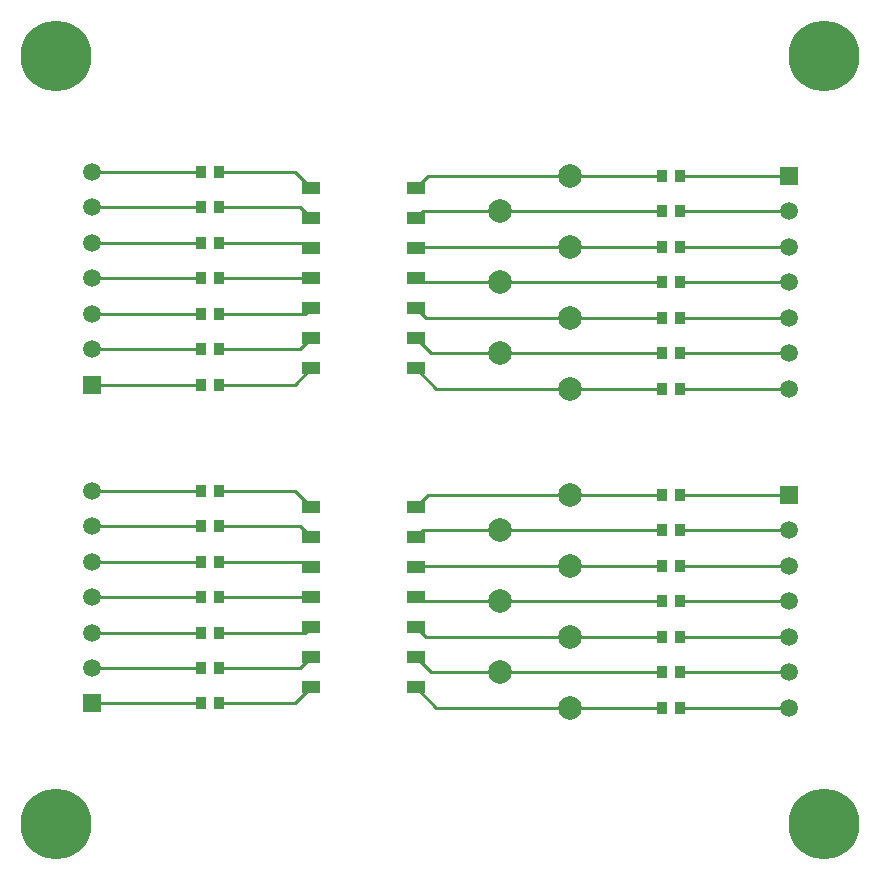
<source format=gbr>
%TF.GenerationSoftware,KiCad,Pcbnew,(6.0.7)*%
%TF.CreationDate,2022-11-12T16:48:04-06:00*%
%TF.ProjectId,BPS_Scrutineering,4250535f-5363-4727-9574-696e65657269,rev?*%
%TF.SameCoordinates,Original*%
%TF.FileFunction,Copper,L1,Top*%
%TF.FilePolarity,Positive*%
%FSLAX46Y46*%
G04 Gerber Fmt 4.6, Leading zero omitted, Abs format (unit mm)*
G04 Created by KiCad (PCBNEW (6.0.7)) date 2022-11-12 16:48:04*
%MOMM*%
%LPD*%
G01*
G04 APERTURE LIST*
%TA.AperFunction,ComponentPad*%
%ADD10C,1.520000*%
%TD*%
%TA.AperFunction,ComponentPad*%
%ADD11R,1.520000X1.520000*%
%TD*%
%TA.AperFunction,SMDPad,CuDef*%
%ADD12R,1.500000X1.100000*%
%TD*%
%TA.AperFunction,SMDPad,CuDef*%
%ADD13R,0.940000X1.010000*%
%TD*%
%TA.AperFunction,ComponentPad*%
%ADD14C,2.000000*%
%TD*%
%TA.AperFunction,ComponentPad*%
%ADD15C,6.000000*%
%TD*%
%TA.AperFunction,Conductor*%
%ADD16C,0.250000*%
%TD*%
G04 APERTURE END LIST*
D10*
%TO.P,JC1,1,Pin_1*%
%TO.N,Net-(F15-Pad1)*%
X87040600Y-84227250D03*
%TO.P,JC1,2,Pin_2*%
%TO.N,Net-(F16-Pad1)*%
X87040600Y-87227250D03*
%TO.P,JC1,3,Pin_3*%
%TO.N,Net-(F17-Pad1)*%
X87040600Y-90227250D03*
%TO.P,JC1,4,Pin_4*%
%TO.N,Net-(F18-Pad1)*%
X87040600Y-93227250D03*
%TO.P,JC1,5,Pin_5*%
%TO.N,Net-(F19-Pad1)*%
X87040600Y-96227250D03*
%TO.P,JC1,6,Pin_6*%
%TO.N,Net-(F20-Pad1)*%
X87040600Y-99227250D03*
D11*
%TO.P,JC1,7,Pin_7*%
%TO.N,Net-(F21-Pad1)*%
X87040600Y-102227250D03*
%TD*%
D10*
%TO.P,JC2,1,Pin_1*%
%TO.N,Net-(F7-Pad2)*%
X146040600Y-102570750D03*
%TO.P,JC2,2,Pin_2*%
%TO.N,Net-(F6-Pad2)*%
X146040600Y-99570750D03*
%TO.P,JC2,3,Pin_3*%
%TO.N,Net-(F5-Pad2)*%
X146040600Y-96570750D03*
%TO.P,JC2,4,Pin_4*%
%TO.N,Net-(F4-Pad2)*%
X146040600Y-93570750D03*
%TO.P,JC2,5,Pin_5*%
%TO.N,Net-(F3-Pad2)*%
X146040600Y-90570750D03*
%TO.P,JC2,6,Pin_6*%
%TO.N,Net-(F2-Pad2)*%
X146040600Y-87570750D03*
D11*
%TO.P,JC2,7,Pin_7*%
%TO.N,Net-(F1-Pad2)*%
X146040600Y-84570750D03*
%TD*%
D12*
%TO.P,SW1,1*%
%TO.N,Net-(F1-Pad1)*%
X114490600Y-85607250D03*
%TO.P,SW1,2*%
%TO.N,Net-(F15-Pad2)*%
X105590600Y-85607250D03*
%TO.P,SW1,3*%
%TO.N,Net-(F2-Pad1)*%
X114490600Y-88147250D03*
%TO.P,SW1,4*%
%TO.N,Net-(F16-Pad2)*%
X105590600Y-88147250D03*
%TO.P,SW1,5*%
%TO.N,Net-(F3-Pad1)*%
X114490600Y-90687250D03*
%TO.P,SW1,6*%
%TO.N,Net-(F17-Pad2)*%
X105590600Y-90687250D03*
%TO.P,SW1,7*%
%TO.N,Net-(F4-Pad1)*%
X114490600Y-93227250D03*
%TO.P,SW1,8*%
%TO.N,Net-(F18-Pad2)*%
X105590600Y-93227250D03*
%TO.P,SW1,9*%
%TO.N,Net-(F5-Pad1)*%
X114490600Y-95767250D03*
%TO.P,SW1,10*%
%TO.N,Net-(F19-Pad2)*%
X105590600Y-95767250D03*
%TO.P,SW1,11*%
%TO.N,Net-(F6-Pad1)*%
X114490600Y-98307250D03*
%TO.P,SW1,12*%
%TO.N,Net-(F20-Pad2)*%
X105590600Y-98307250D03*
%TO.P,SW1,13*%
%TO.N,Net-(F7-Pad1)*%
X114490600Y-100847250D03*
%TO.P,SW1,14*%
%TO.N,Net-(F21-Pad2)*%
X105590600Y-100847250D03*
%TD*%
%TO.P,SW2,1*%
%TO.N,Net-(F8-Pad1)*%
X114490600Y-112607250D03*
%TO.P,SW2,2*%
%TO.N,Net-(F22-Pad2)*%
X105590600Y-112607250D03*
%TO.P,SW2,3*%
%TO.N,Net-(F9-Pad1)*%
X114490600Y-115147250D03*
%TO.P,SW2,4*%
%TO.N,Net-(F23-Pad2)*%
X105590600Y-115147250D03*
%TO.P,SW2,5*%
%TO.N,Net-(F10-Pad1)*%
X114490600Y-117687250D03*
%TO.P,SW2,6*%
%TO.N,Net-(F24-Pad2)*%
X105590600Y-117687250D03*
%TO.P,SW2,7*%
%TO.N,Net-(F11-Pad1)*%
X114490600Y-120227250D03*
%TO.P,SW2,8*%
%TO.N,Net-(F25-Pad2)*%
X105590600Y-120227250D03*
%TO.P,SW2,9*%
%TO.N,Net-(F12-Pad1)*%
X114490600Y-122767250D03*
%TO.P,SW2,10*%
%TO.N,Net-(F26-Pad2)*%
X105590600Y-122767250D03*
%TO.P,SW2,11*%
%TO.N,Net-(F13-Pad1)*%
X114490600Y-125307250D03*
%TO.P,SW2,12*%
%TO.N,Net-(F27-Pad2)*%
X105590600Y-125307250D03*
%TO.P,SW2,13*%
%TO.N,Net-(F14-Pad1)*%
X114490600Y-127847250D03*
%TO.P,SW2,14*%
%TO.N,Net-(F28-Pad2)*%
X105590600Y-127847250D03*
%TD*%
D10*
%TO.P,JC4,1,Pin_1*%
%TO.N,Net-(F14-Pad2)*%
X146040600Y-129570750D03*
%TO.P,JC4,2,Pin_2*%
%TO.N,Net-(F13-Pad2)*%
X146040600Y-126570750D03*
%TO.P,JC4,3,Pin_3*%
%TO.N,Net-(F12-Pad2)*%
X146040600Y-123570750D03*
%TO.P,JC4,4,Pin_4*%
%TO.N,Net-(F11-Pad2)*%
X146040600Y-120570750D03*
%TO.P,JC4,5,Pin_5*%
%TO.N,Net-(F10-Pad2)*%
X146040600Y-117570750D03*
%TO.P,JC4,6,Pin_6*%
%TO.N,Net-(F9-Pad2)*%
X146040600Y-114570750D03*
D11*
%TO.P,JC4,7,Pin_7*%
%TO.N,Net-(F8-Pad2)*%
X146040600Y-111570750D03*
%TD*%
D13*
%TO.P,F15,1*%
%TO.N,Net-(F15-Pad1)*%
X96255600Y-84227250D03*
%TO.P,F15,2*%
%TO.N,Net-(F15-Pad2)*%
X97835600Y-84227250D03*
%TD*%
%TO.P,F14,1*%
%TO.N,Net-(F14-Pad1)*%
X135273200Y-129570750D03*
%TO.P,F14,2*%
%TO.N,Net-(F14-Pad2)*%
X136853200Y-129570750D03*
%TD*%
%TO.P,F27,1*%
%TO.N,Net-(F27-Pad1)*%
X96250600Y-126227250D03*
%TO.P,F27,2*%
%TO.N,Net-(F27-Pad2)*%
X97830600Y-126227250D03*
%TD*%
%TO.P,F25,1*%
%TO.N,Net-(F25-Pad1)*%
X96250600Y-120227250D03*
%TO.P,F25,2*%
%TO.N,Net-(F25-Pad2)*%
X97830600Y-120227250D03*
%TD*%
D14*
%TO.P,TP8,1,1*%
%TO.N,Net-(F8-Pad1)*%
X127563200Y-111570750D03*
%TD*%
D13*
%TO.P,F20,1*%
%TO.N,Net-(F20-Pad1)*%
X96255600Y-99227250D03*
%TO.P,F20,2*%
%TO.N,Net-(F20-Pad2)*%
X97835600Y-99227250D03*
%TD*%
%TO.P,F9,1*%
%TO.N,Net-(F9-Pad1)*%
X135273200Y-114570750D03*
%TO.P,F9,2*%
%TO.N,Net-(F9-Pad2)*%
X136853200Y-114570750D03*
%TD*%
%TO.P,F28,1*%
%TO.N,Net-(F28-Pad1)*%
X96250600Y-129227250D03*
%TO.P,F28,2*%
%TO.N,Net-(F28-Pad2)*%
X97830600Y-129227250D03*
%TD*%
%TO.P,F11,1*%
%TO.N,Net-(F11-Pad1)*%
X135273200Y-120570750D03*
%TO.P,F11,2*%
%TO.N,Net-(F11-Pad2)*%
X136853200Y-120570750D03*
%TD*%
%TO.P,F2,1*%
%TO.N,Net-(F2-Pad1)*%
X135273200Y-87570750D03*
%TO.P,F2,2*%
%TO.N,Net-(F2-Pad2)*%
X136853200Y-87570750D03*
%TD*%
D14*
%TO.P,TP14,1,1*%
%TO.N,Net-(F14-Pad1)*%
X127563200Y-129570750D03*
%TD*%
D13*
%TO.P,F23,1*%
%TO.N,Net-(F23-Pad1)*%
X96255600Y-114227250D03*
%TO.P,F23,2*%
%TO.N,Net-(F23-Pad2)*%
X97835600Y-114227250D03*
%TD*%
D10*
%TO.P,JC3,1,Pin_1*%
%TO.N,Net-(F22-Pad1)*%
X87040600Y-111227250D03*
%TO.P,JC3,2,Pin_2*%
%TO.N,Net-(F23-Pad1)*%
X87040600Y-114227250D03*
%TO.P,JC3,3,Pin_3*%
%TO.N,Net-(F24-Pad1)*%
X87040600Y-117227250D03*
%TO.P,JC3,4,Pin_4*%
%TO.N,Net-(F25-Pad1)*%
X87040600Y-120227250D03*
%TO.P,JC3,5,Pin_5*%
%TO.N,Net-(F26-Pad1)*%
X87040600Y-123227250D03*
%TO.P,JC3,6,Pin_6*%
%TO.N,Net-(F27-Pad1)*%
X87040600Y-126227250D03*
D11*
%TO.P,JC3,7,Pin_7*%
%TO.N,Net-(F28-Pad1)*%
X87040600Y-129227250D03*
%TD*%
D14*
%TO.P,TP9,1,1*%
%TO.N,Net-(F9-Pad1)*%
X121563200Y-114570750D03*
%TD*%
D13*
%TO.P,F13,1*%
%TO.N,Net-(F13-Pad1)*%
X135273200Y-126570750D03*
%TO.P,F13,2*%
%TO.N,Net-(F13-Pad2)*%
X136853200Y-126570750D03*
%TD*%
D14*
%TO.P,TP13,1,1*%
%TO.N,Net-(F13-Pad1)*%
X121563200Y-126570750D03*
%TD*%
D15*
%TO.P,H2,1*%
%TO.N,N/C*%
X149040600Y-139399000D03*
%TD*%
D13*
%TO.P,F4,1*%
%TO.N,Net-(F4-Pad1)*%
X135273200Y-93570750D03*
%TO.P,F4,2*%
%TO.N,Net-(F4-Pad2)*%
X136853200Y-93570750D03*
%TD*%
D14*
%TO.P,TP6,1,1*%
%TO.N,Net-(F6-Pad1)*%
X121563200Y-99570750D03*
%TD*%
D15*
%TO.P,H3,1*%
%TO.N,N/C*%
X149040600Y-74399000D03*
%TD*%
D14*
%TO.P,TP12,1,1*%
%TO.N,Net-(F12-Pad1)*%
X127563200Y-123570750D03*
%TD*%
D13*
%TO.P,F18,1*%
%TO.N,Net-(F18-Pad1)*%
X96255600Y-93227250D03*
%TO.P,F18,2*%
%TO.N,Net-(F18-Pad2)*%
X97835600Y-93227250D03*
%TD*%
%TO.P,F6,1*%
%TO.N,Net-(F6-Pad1)*%
X135273200Y-99570750D03*
%TO.P,F6,2*%
%TO.N,Net-(F6-Pad2)*%
X136853200Y-99570750D03*
%TD*%
%TO.P,F26,1*%
%TO.N,Net-(F26-Pad1)*%
X96250600Y-123227250D03*
%TO.P,F26,2*%
%TO.N,Net-(F26-Pad2)*%
X97830600Y-123227250D03*
%TD*%
%TO.P,F10,1*%
%TO.N,Net-(F10-Pad1)*%
X135273200Y-117570750D03*
%TO.P,F10,2*%
%TO.N,Net-(F10-Pad2)*%
X136853200Y-117570750D03*
%TD*%
%TO.P,F19,1*%
%TO.N,Net-(F19-Pad1)*%
X96255600Y-96227250D03*
%TO.P,F19,2*%
%TO.N,Net-(F19-Pad2)*%
X97835600Y-96227250D03*
%TD*%
D14*
%TO.P,TP7,1,1*%
%TO.N,Net-(F7-Pad1)*%
X127563200Y-102570750D03*
%TD*%
D13*
%TO.P,F17,1*%
%TO.N,Net-(F17-Pad1)*%
X96255600Y-90227250D03*
%TO.P,F17,2*%
%TO.N,Net-(F17-Pad2)*%
X97835600Y-90227250D03*
%TD*%
%TO.P,F21,1*%
%TO.N,Net-(F21-Pad1)*%
X96255600Y-102227250D03*
%TO.P,F21,2*%
%TO.N,Net-(F21-Pad2)*%
X97835600Y-102227250D03*
%TD*%
D14*
%TO.P,TP3,1,1*%
%TO.N,Net-(F3-Pad1)*%
X127563200Y-90570750D03*
%TD*%
D13*
%TO.P,F12,1*%
%TO.N,Net-(F12-Pad1)*%
X135273200Y-123570750D03*
%TO.P,F12,2*%
%TO.N,Net-(F12-Pad2)*%
X136853200Y-123570750D03*
%TD*%
D14*
%TO.P,TP11,1,1*%
%TO.N,Net-(F11-Pad1)*%
X121563200Y-120570750D03*
%TD*%
D15*
%TO.P,H4,1*%
%TO.N,N/C*%
X84040600Y-74399000D03*
%TD*%
%TO.P,H1,1*%
%TO.N,N/C*%
X84040600Y-139399000D03*
%TD*%
D13*
%TO.P,F16,1*%
%TO.N,Net-(F16-Pad1)*%
X96255600Y-87227250D03*
%TO.P,F16,2*%
%TO.N,Net-(F16-Pad2)*%
X97835600Y-87227250D03*
%TD*%
D14*
%TO.P,TP2,1,1*%
%TO.N,Net-(F2-Pad1)*%
X121563200Y-87570750D03*
%TD*%
%TO.P,TP4,1,1*%
%TO.N,Net-(F4-Pad1)*%
X121563200Y-93570750D03*
%TD*%
D13*
%TO.P,F7,1*%
%TO.N,Net-(F7-Pad1)*%
X135273200Y-102570750D03*
%TO.P,F7,2*%
%TO.N,Net-(F7-Pad2)*%
X136853200Y-102570750D03*
%TD*%
%TO.P,F24,1*%
%TO.N,Net-(F24-Pad1)*%
X96255600Y-117227250D03*
%TO.P,F24,2*%
%TO.N,Net-(F24-Pad2)*%
X97835600Y-117227250D03*
%TD*%
%TO.P,F1,1*%
%TO.N,Net-(F1-Pad1)*%
X135273200Y-84570750D03*
%TO.P,F1,2*%
%TO.N,Net-(F1-Pad2)*%
X136853200Y-84570750D03*
%TD*%
%TO.P,F8,1*%
%TO.N,Net-(F8-Pad1)*%
X135273200Y-111570750D03*
%TO.P,F8,2*%
%TO.N,Net-(F8-Pad2)*%
X136853200Y-111570750D03*
%TD*%
D14*
%TO.P,TP10,1,1*%
%TO.N,Net-(F10-Pad1)*%
X127563200Y-117570750D03*
%TD*%
%TO.P,TP5,1,1*%
%TO.N,Net-(F5-Pad1)*%
X127563200Y-96570750D03*
%TD*%
D13*
%TO.P,F3,1*%
%TO.N,Net-(F3-Pad1)*%
X135273200Y-90570750D03*
%TO.P,F3,2*%
%TO.N,Net-(F3-Pad2)*%
X136853200Y-90570750D03*
%TD*%
%TO.P,F22,1*%
%TO.N,Net-(F22-Pad1)*%
X96255600Y-111227250D03*
%TO.P,F22,2*%
%TO.N,Net-(F22-Pad2)*%
X97835600Y-111227250D03*
%TD*%
D14*
%TO.P,TP1,1,1*%
%TO.N,Net-(F1-Pad1)*%
X127563200Y-84570750D03*
%TD*%
D13*
%TO.P,F5,1*%
%TO.N,Net-(F5-Pad1)*%
X135273200Y-96570750D03*
%TO.P,F5,2*%
%TO.N,Net-(F5-Pad2)*%
X136853200Y-96570750D03*
%TD*%
D16*
%TO.N,Net-(F1-Pad1)*%
X134868850Y-84570750D02*
X135040600Y-84399000D01*
X127563200Y-84570750D02*
X115527100Y-84570750D01*
X127563200Y-84570750D02*
X134868850Y-84570750D01*
X115527100Y-84570750D02*
X114490600Y-85607250D01*
%TO.N,Net-(F1-Pad2)*%
X146040600Y-84570750D02*
X136853200Y-84570750D01*
%TO.N,Net-(F2-Pad1)*%
X115067100Y-87570750D02*
X114490600Y-88147250D01*
X121563200Y-87570750D02*
X115067100Y-87570750D01*
X121563200Y-87570750D02*
X135273200Y-87570750D01*
%TO.N,Net-(F2-Pad2)*%
X136853200Y-87570750D02*
X146040600Y-87570750D01*
%TO.N,Net-(F3-Pad1)*%
X127563200Y-90570750D02*
X114607100Y-90570750D01*
X127563200Y-90570750D02*
X135273200Y-90570750D01*
X114607100Y-90570750D02*
X114490600Y-90687250D01*
%TO.N,Net-(F3-Pad2)*%
X136853200Y-90570750D02*
X146040600Y-90570750D01*
%TO.N,Net-(F4-Pad1)*%
X121563200Y-93570750D02*
X114834100Y-93570750D01*
X114834100Y-93570750D02*
X114490600Y-93227250D01*
X121563200Y-93570750D02*
X135273200Y-93570750D01*
%TO.N,Net-(F4-Pad2)*%
X136853200Y-93570750D02*
X146040600Y-93570750D01*
%TO.N,Net-(F5-Pad1)*%
X115294100Y-96570750D02*
X114490600Y-95767250D01*
X127563200Y-96570750D02*
X115294100Y-96570750D01*
X127563200Y-96570750D02*
X135273200Y-96570750D01*
%TO.N,Net-(F5-Pad2)*%
X136853200Y-96570750D02*
X146040600Y-96570750D01*
%TO.N,Net-(F6-Pad1)*%
X115754100Y-99570750D02*
X114490600Y-98307250D01*
X121563200Y-99570750D02*
X115754100Y-99570750D01*
X121563200Y-99570750D02*
X135273200Y-99570750D01*
%TO.N,Net-(F6-Pad2)*%
X136853200Y-99570750D02*
X146040600Y-99570750D01*
%TO.N,Net-(F7-Pad1)*%
X127563200Y-102570750D02*
X116214100Y-102570750D01*
X116214100Y-102570750D02*
X114490600Y-100847250D01*
X135273200Y-102570750D02*
X127563200Y-102570750D01*
%TO.N,Net-(F7-Pad2)*%
X136853200Y-102570750D02*
X146040600Y-102570750D01*
%TO.N,Net-(F8-Pad1)*%
X115527100Y-111570750D02*
X114490600Y-112607250D01*
X127563200Y-111570750D02*
X135273200Y-111570750D01*
X127563200Y-111570750D02*
X115527100Y-111570750D01*
%TO.N,Net-(F8-Pad2)*%
X146040600Y-111570750D02*
X136853200Y-111570750D01*
%TO.N,Net-(F9-Pad1)*%
X115067100Y-114570750D02*
X114490600Y-115147250D01*
X121563200Y-114570750D02*
X115067100Y-114570750D01*
X121563200Y-114570750D02*
X135273200Y-114570750D01*
%TO.N,Net-(F9-Pad2)*%
X146040600Y-114570750D02*
X136853200Y-114570750D01*
%TO.N,Net-(F10-Pad1)*%
X114607100Y-117570750D02*
X114490600Y-117687250D01*
X127563200Y-117570750D02*
X135273200Y-117570750D01*
X127563200Y-117570750D02*
X114607100Y-117570750D01*
%TO.N,Net-(F10-Pad2)*%
X146040600Y-117570750D02*
X136853200Y-117570750D01*
%TO.N,Net-(F11-Pad1)*%
X114834100Y-120570750D02*
X114490600Y-120227250D01*
X121563200Y-120570750D02*
X114834100Y-120570750D01*
X135273200Y-120570750D02*
X121563200Y-120570750D01*
%TO.N,Net-(F11-Pad2)*%
X146040600Y-120570750D02*
X136853200Y-120570750D01*
%TO.N,Net-(F12-Pad1)*%
X115294100Y-123570750D02*
X114490600Y-122767250D01*
X127563200Y-123570750D02*
X135273200Y-123570750D01*
X127563200Y-123570750D02*
X115294100Y-123570750D01*
%TO.N,Net-(F12-Pad2)*%
X146040600Y-123570750D02*
X136853200Y-123570750D01*
%TO.N,Net-(F13-Pad1)*%
X135273200Y-126570750D02*
X121563200Y-126570750D01*
X115754100Y-126570750D02*
X114490600Y-125307250D01*
X121563200Y-126570750D02*
X115754100Y-126570750D01*
%TO.N,Net-(F13-Pad2)*%
X146040600Y-126570750D02*
X136853200Y-126570750D01*
%TO.N,Net-(F14-Pad1)*%
X116214100Y-129570750D02*
X114490600Y-127847250D01*
X127563200Y-129570750D02*
X116214100Y-129570750D01*
X135273200Y-129570750D02*
X127563200Y-129570750D01*
%TO.N,Net-(F14-Pad2)*%
X146040600Y-129570750D02*
X136853200Y-129570750D01*
%TO.N,Net-(F15-Pad1)*%
X87040600Y-84227250D02*
X96255600Y-84227250D01*
%TO.N,Net-(F15-Pad2)*%
X97835600Y-84227250D02*
X104210600Y-84227250D01*
X104210600Y-84227250D02*
X105590600Y-85607250D01*
%TO.N,Net-(F16-Pad1)*%
X87040600Y-87227250D02*
X96255600Y-87227250D01*
%TO.N,Net-(F16-Pad2)*%
X97835600Y-87227250D02*
X104670600Y-87227250D01*
X104670600Y-87227250D02*
X105590600Y-88147250D01*
%TO.N,Net-(F17-Pad1)*%
X87040600Y-90227250D02*
X96255600Y-90227250D01*
%TO.N,Net-(F17-Pad2)*%
X97835600Y-90227250D02*
X105130600Y-90227250D01*
X105130600Y-90227250D02*
X105590600Y-90687250D01*
%TO.N,Net-(F18-Pad1)*%
X87040600Y-93227250D02*
X96255600Y-93227250D01*
%TO.N,Net-(F18-Pad2)*%
X97835600Y-93227250D02*
X105590600Y-93227250D01*
%TO.N,Net-(F19-Pad1)*%
X87040600Y-96227250D02*
X96255600Y-96227250D01*
%TO.N,Net-(F19-Pad2)*%
X97835600Y-96227250D02*
X105130600Y-96227250D01*
X105130600Y-96227250D02*
X105590600Y-95767250D01*
%TO.N,Net-(F20-Pad1)*%
X87040600Y-99227250D02*
X96255600Y-99227250D01*
%TO.N,Net-(F20-Pad2)*%
X104670600Y-99227250D02*
X105590600Y-98307250D01*
X97835600Y-99227250D02*
X104670600Y-99227250D01*
%TO.N,Net-(F21-Pad1)*%
X87040600Y-102227250D02*
X96255600Y-102227250D01*
%TO.N,Net-(F21-Pad2)*%
X97835600Y-102227250D02*
X104210600Y-102227250D01*
X104210600Y-102227250D02*
X105590600Y-100847250D01*
%TO.N,Net-(F22-Pad1)*%
X87040600Y-111227250D02*
X96255600Y-111227250D01*
%TO.N,Net-(F22-Pad2)*%
X97835600Y-111227250D02*
X104210600Y-111227250D01*
X104210600Y-111227250D02*
X105590600Y-112607250D01*
%TO.N,Net-(F23-Pad1)*%
X87040600Y-114227250D02*
X96255600Y-114227250D01*
%TO.N,Net-(F23-Pad2)*%
X104670600Y-114227250D02*
X105590600Y-115147250D01*
X97835600Y-114227250D02*
X104670600Y-114227250D01*
%TO.N,Net-(F24-Pad1)*%
X87040600Y-117227250D02*
X96255600Y-117227250D01*
%TO.N,Net-(F24-Pad2)*%
X105130600Y-117227250D02*
X105590600Y-117687250D01*
X97835600Y-117227250D02*
X105130600Y-117227250D01*
%TO.N,Net-(F25-Pad1)*%
X87040600Y-120227250D02*
X96250600Y-120227250D01*
%TO.N,Net-(F25-Pad2)*%
X97830600Y-120227250D02*
X105590600Y-120227250D01*
%TO.N,Net-(F26-Pad1)*%
X87040600Y-123227250D02*
X96250600Y-123227250D01*
%TO.N,Net-(F26-Pad2)*%
X105130600Y-123227250D02*
X105590600Y-122767250D01*
X97830600Y-123227250D02*
X105130600Y-123227250D01*
%TO.N,Net-(F27-Pad1)*%
X87040600Y-126227250D02*
X96250600Y-126227250D01*
%TO.N,Net-(F27-Pad2)*%
X104670600Y-126227250D02*
X105590600Y-125307250D01*
X97830600Y-126227250D02*
X104670600Y-126227250D01*
%TO.N,Net-(F28-Pad1)*%
X87040600Y-129227250D02*
X96250600Y-129227250D01*
%TO.N,Net-(F28-Pad2)*%
X104210600Y-129227250D02*
X105590600Y-127847250D01*
X97830600Y-129227250D02*
X104210600Y-129227250D01*
%TD*%
M02*

</source>
